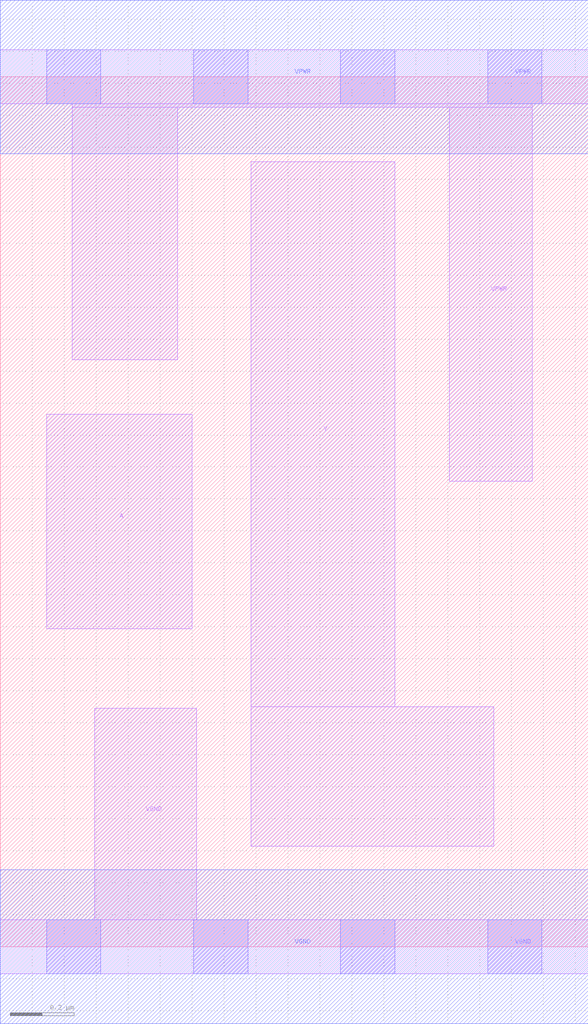
<source format=lef>
# Copyright 2020 The SkyWater PDK Authors
#
# Licensed under the Apache License, Version 2.0 (the "License");
# you may not use this file except in compliance with the License.
# You may obtain a copy of the License at
#
#     https://www.apache.org/licenses/LICENSE-2.0
#
# Unless required by applicable law or agreed to in writing, software
# distributed under the License is distributed on an "AS IS" BASIS,
# WITHOUT WARRANTIES OR CONDITIONS OF ANY KIND, either express or implied.
# See the License for the specific language governing permissions and
# limitations under the License.
#
# SPDX-License-Identifier: Apache-2.0

VERSION 5.7 ;
  NAMESCASESENSITIVE ON ;
  NOWIREEXTENSIONATPIN ON ;
  DIVIDERCHAR "/" ;
  BUSBITCHARS "[]" ;
UNITS
  DATABASE MICRONS 200 ;
END UNITS
PROPERTYDEFINITIONS
  MACRO maskLayoutSubType STRING ;
  MACRO prCellType STRING ;
  MACRO originalViewName STRING ;
END PROPERTYDEFINITIONS
MACRO sky130_fd_sc_hdll__clkinvlp_2
  CLASS CORE ;
  FOREIGN sky130_fd_sc_hdll__clkinvlp_2 ;
  ORIGIN  0.000000  0.000000 ;
  SIZE  1.840000 BY  2.720000 ;
  SYMMETRY X Y R90 ;
  SITE unithd ;
  PIN A
    ANTENNAGATEAREA  0.665000 ;
    DIRECTION INPUT ;
    USE SIGNAL ;
    PORT
      LAYER li1 ;
        RECT 0.145000 0.995000 0.600000 1.665000 ;
    END
  END A
  PIN Y
    ANTENNADIFFAREA  0.436750 ;
    DIRECTION OUTPUT ;
    USE SIGNAL ;
    PORT
      LAYER li1 ;
        RECT 0.785000 0.315000 1.545000 0.750000 ;
        RECT 0.785000 0.750000 1.235000 2.455000 ;
    END
  END Y
  PIN VGND
    DIRECTION INOUT ;
    USE GROUND ;
    PORT
      LAYER li1 ;
        RECT 0.000000 -0.085000 1.840000 0.085000 ;
        RECT 0.295000  0.085000 0.615000 0.745000 ;
      LAYER mcon ;
        RECT 0.145000 -0.085000 0.315000 0.085000 ;
        RECT 0.605000 -0.085000 0.775000 0.085000 ;
        RECT 1.065000 -0.085000 1.235000 0.085000 ;
        RECT 1.525000 -0.085000 1.695000 0.085000 ;
      LAYER met1 ;
        RECT 0.000000 -0.240000 1.840000 0.240000 ;
    END
  END VGND
  PIN VPWR
    DIRECTION INOUT ;
    USE POWER ;
    PORT
      LAYER li1 ;
        RECT 0.000000 2.635000 1.840000 2.805000 ;
        RECT 0.225000 1.835000 0.555000 2.625000 ;
        RECT 0.225000 2.625000 1.665000 2.635000 ;
        RECT 1.405000 1.455000 1.665000 2.625000 ;
      LAYER mcon ;
        RECT 0.145000 2.635000 0.315000 2.805000 ;
        RECT 0.605000 2.635000 0.775000 2.805000 ;
        RECT 1.065000 2.635000 1.235000 2.805000 ;
        RECT 1.525000 2.635000 1.695000 2.805000 ;
      LAYER met1 ;
        RECT 0.000000 2.480000 1.840000 2.960000 ;
    END
  END VPWR
  PROPERTY maskLayoutSubType "abstract" ;
  PROPERTY prCellType "standard" ;
  PROPERTY originalViewName "layout" ;
END sky130_fd_sc_hdll__clkinvlp_2

</source>
